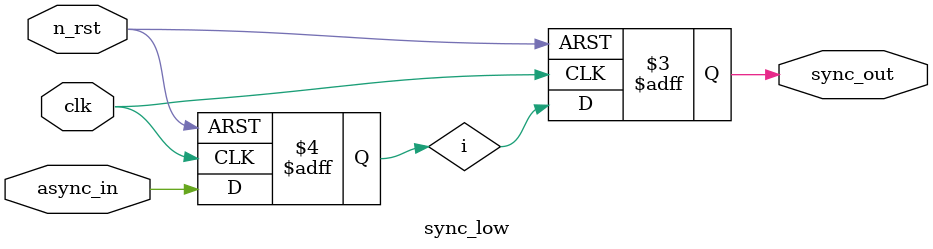
<source format=sv>
module sync_low
(
	input wire clk,
	input wire n_rst,
	input reg async_in,
	output reg sync_out
);
	reg i;
	always_ff @ (negedge n_rst, posedge clk)
	begin
		if(1'b0==n_rst) 
		begin
			sync_out <= 1'b0;
			i <= 1'b0;
		end
		else begin
		i <= async_in;
		sync_out <= i;
		end
	end	
endmodule
</source>
